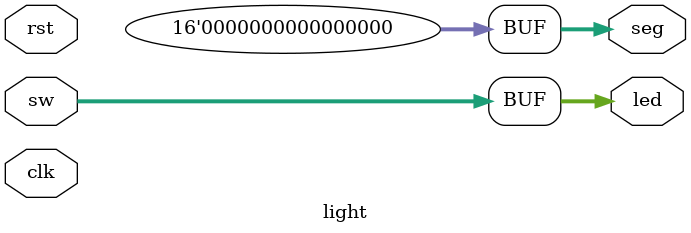
<source format=v>
module light(
	input clk,
	input rst,
	input [15:0] sw,
	output [15:0] led,
	output [15:0] seg
);
	reg [31:0] count;
	assign seg = 16'b0;
	assign led = sw;
endmodule

</source>
